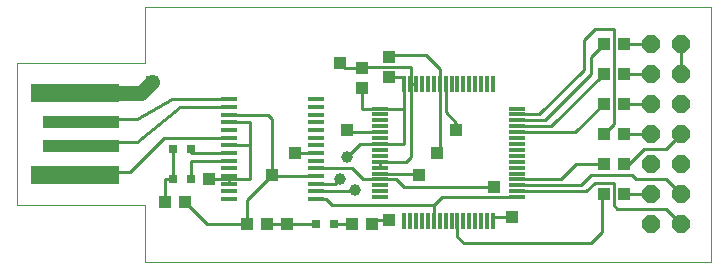
<source format=gtl>
G75*
G70*
%OFA0B0*%
%FSLAX24Y24*%
%IPPOS*%
%LPD*%
%AMOC8*
5,1,8,0,0,1.08239X$1,22.5*
%
%ADD10C,0.0000*%
%ADD11R,0.0394X0.0433*%
%ADD12R,0.0315X0.0315*%
%ADD13R,0.2953X0.0591*%
%ADD14R,0.2559X0.0394*%
%ADD15R,0.0550X0.0137*%
%ADD16R,0.0433X0.0394*%
%ADD17OC8,0.0600*%
%ADD18R,0.0118X0.0551*%
%ADD19R,0.0551X0.0118*%
%ADD20C,0.0100*%
%ADD21R,0.0396X0.0396*%
%ADD22C,0.0396*%
%ADD23C,0.0500*%
D10*
X004357Y000103D02*
X004357Y001978D01*
X000107Y001978D01*
X000107Y006728D01*
X004357Y006728D01*
X004357Y008603D01*
X023227Y008603D01*
X023227Y000103D01*
X004357Y000103D01*
D11*
X005023Y002103D03*
X005692Y002103D03*
X011273Y001353D03*
X011942Y001353D03*
X019648Y002353D03*
X020317Y002353D03*
X020317Y003353D03*
X019648Y003353D03*
X019648Y004353D03*
X020317Y004353D03*
X020317Y005353D03*
X019648Y005353D03*
X019648Y006353D03*
X020317Y006353D03*
X020317Y007353D03*
X019648Y007353D03*
X011607Y006563D03*
X011607Y005893D03*
D12*
X005903Y003853D03*
X005312Y003853D03*
X005312Y002853D03*
X005903Y002853D03*
X010062Y001353D03*
X010653Y001353D03*
D13*
X002029Y002975D03*
X002029Y005731D03*
D14*
X002226Y004747D03*
X002226Y003959D03*
D15*
X007168Y003981D03*
X007168Y004237D03*
X007168Y004493D03*
X007168Y004749D03*
X007168Y005004D03*
X007168Y005260D03*
X007168Y005516D03*
X010047Y005516D03*
X010047Y005260D03*
X010047Y005004D03*
X010047Y004749D03*
X010047Y004493D03*
X010047Y004237D03*
X010047Y003981D03*
X010047Y003725D03*
X010047Y003469D03*
X010047Y003213D03*
X010047Y002957D03*
X010047Y002701D03*
X010047Y002445D03*
X010047Y002190D03*
X007168Y002190D03*
X007168Y002445D03*
X007168Y002701D03*
X007168Y002957D03*
X007168Y003213D03*
X007168Y003469D03*
X007168Y003725D03*
D16*
X007773Y001353D03*
X008442Y001353D03*
X012482Y006268D03*
X012482Y006938D03*
D17*
X021232Y007353D03*
X022232Y007353D03*
X022232Y006353D03*
X021232Y006353D03*
X021232Y005353D03*
X022232Y005353D03*
X022232Y004353D03*
X021232Y004353D03*
X021232Y003353D03*
X022232Y003353D03*
X022232Y002353D03*
X021232Y002353D03*
X021232Y001353D03*
X022232Y001353D03*
D18*
X015959Y001444D03*
X015762Y001444D03*
X015565Y001444D03*
X015368Y001444D03*
X015171Y001444D03*
X014975Y001444D03*
X014778Y001444D03*
X014581Y001444D03*
X014384Y001444D03*
X014187Y001444D03*
X013990Y001444D03*
X013793Y001444D03*
X013597Y001444D03*
X013400Y001444D03*
X013203Y001444D03*
X013006Y001444D03*
X013006Y006011D03*
X013203Y006011D03*
X013400Y006011D03*
X013597Y006011D03*
X013793Y006011D03*
X013990Y006011D03*
X014187Y006011D03*
X014384Y006011D03*
X014581Y006011D03*
X014778Y006011D03*
X014975Y006011D03*
X015171Y006011D03*
X015368Y006011D03*
X015565Y006011D03*
X015762Y006011D03*
X015959Y006011D03*
D19*
X016766Y005204D03*
X016766Y005007D03*
X016766Y004811D03*
X016766Y004614D03*
X016766Y004417D03*
X016766Y004220D03*
X016766Y004023D03*
X016766Y003826D03*
X016766Y003629D03*
X016766Y003433D03*
X016766Y003236D03*
X016766Y003039D03*
X016766Y002842D03*
X016766Y002645D03*
X016766Y002448D03*
X016766Y002252D03*
X012199Y002252D03*
X012199Y002448D03*
X012199Y002645D03*
X012199Y002842D03*
X012199Y003039D03*
X012199Y003236D03*
X012199Y003433D03*
X012199Y003629D03*
X012199Y003826D03*
X012199Y004023D03*
X012199Y004220D03*
X012199Y004417D03*
X012199Y004614D03*
X012199Y004811D03*
X012199Y005007D03*
X012199Y005204D03*
D20*
X013006Y005204D01*
X013006Y004023D01*
X012199Y004023D01*
X011528Y004023D01*
X011107Y003603D01*
X010047Y003725D02*
X009232Y003725D01*
X009357Y003728D01*
X010047Y003213D02*
X011247Y003213D01*
X011618Y002842D01*
X012199Y002842D01*
X012722Y002842D01*
X012732Y002853D01*
X012982Y002603D01*
X015982Y002603D01*
X016766Y002645D02*
X018900Y002645D01*
X019232Y002978D01*
X020607Y002978D01*
X020732Y002853D01*
X021732Y002853D01*
X022232Y002353D01*
X021232Y002353D02*
X020317Y002353D01*
X019648Y002353D02*
X019607Y002313D01*
X019607Y001103D01*
X019232Y000728D01*
X014982Y000728D01*
X014778Y000933D01*
X014778Y001444D01*
X013990Y001444D02*
X013990Y001970D01*
X013982Y001978D01*
X014256Y002252D01*
X016766Y002252D01*
X016766Y002448D02*
X019078Y002448D01*
X019357Y002728D01*
X019982Y002728D01*
X019982Y001978D01*
X020107Y001853D01*
X021732Y001853D01*
X022232Y001353D01*
X018732Y003353D02*
X018222Y002842D01*
X016766Y002842D01*
X018732Y003353D02*
X019648Y003353D01*
X020317Y003353D02*
X020482Y003353D01*
X020982Y003853D01*
X021732Y003853D01*
X022232Y004353D01*
X021232Y004353D02*
X020317Y004353D01*
X019982Y004688D02*
X019648Y004353D01*
X019732Y004353D01*
X019982Y004688D02*
X019982Y007853D01*
X019357Y007853D01*
X018982Y007478D01*
X018982Y006478D01*
X017512Y005007D01*
X016766Y005007D01*
X016766Y004811D02*
X017690Y004811D01*
X019232Y006353D01*
X019232Y006938D01*
X019648Y007353D01*
X020317Y007353D02*
X021232Y007353D01*
X022232Y007353D02*
X022232Y006353D01*
X021232Y006353D02*
X020317Y006353D01*
X019648Y006353D02*
X017909Y004614D01*
X016766Y004614D01*
X016766Y004417D02*
X018712Y004417D01*
X019648Y005353D01*
X020317Y005353D02*
X021232Y005353D01*
X014732Y004728D02*
X014732Y004478D01*
X014732Y004728D02*
X014384Y005076D01*
X014384Y006011D01*
X014187Y006011D02*
X014187Y003808D01*
X014107Y003728D01*
X013232Y003603D02*
X013062Y003433D01*
X012199Y003433D01*
X012199Y003236D01*
X012199Y003039D02*
X013421Y003039D01*
X013482Y002978D01*
X013232Y003603D02*
X013232Y005982D01*
X013203Y006011D01*
X013232Y006011D01*
X013232Y006603D01*
X011857Y006603D01*
X011607Y006563D01*
X011023Y006563D01*
X010857Y006728D01*
X012482Y006938D02*
X012523Y006978D01*
X013732Y006978D01*
X014187Y006523D01*
X014187Y006011D01*
X013400Y006011D02*
X013203Y006011D01*
X013006Y006011D02*
X013006Y006268D01*
X012482Y006268D01*
X013006Y006011D02*
X013006Y005204D01*
X012199Y005204D02*
X011607Y005204D01*
X011607Y005893D01*
X008607Y004853D02*
X008607Y002978D01*
X008628Y002957D01*
X010047Y002957D01*
X010047Y002701D02*
X010706Y002701D01*
X010857Y002853D01*
X011325Y002445D02*
X010047Y002445D01*
X010047Y002190D02*
X010396Y002190D01*
X010607Y001978D01*
X013982Y001978D01*
X012482Y001478D02*
X012067Y001478D01*
X011942Y001353D01*
X011273Y001353D02*
X010653Y001353D01*
X010062Y001353D02*
X009107Y001353D01*
X008442Y001353D01*
X009107Y001353D01*
X007773Y001353D02*
X006442Y001353D01*
X005692Y002103D01*
X005023Y002103D02*
X005023Y002853D01*
X005312Y002853D01*
X005312Y003853D01*
X005903Y003853D02*
X005903Y003725D01*
X007168Y003725D01*
X007168Y003981D02*
X006982Y003981D01*
X006982Y003978D01*
X007857Y003978D01*
X007857Y004103D01*
X007857Y004749D01*
X007168Y004749D01*
X007168Y005004D02*
X008456Y005004D01*
X008607Y004853D01*
X007168Y005260D02*
X005515Y005260D01*
X004107Y004103D01*
X002369Y004103D01*
X002226Y003959D01*
X002226Y004747D02*
X002332Y004853D01*
X004107Y004853D01*
X005271Y005516D01*
X007168Y005516D01*
X007168Y004237D02*
X004991Y004237D01*
X003857Y003103D01*
X002157Y003103D01*
X002029Y002975D01*
X005903Y002853D02*
X005903Y003469D01*
X007168Y003469D01*
X007168Y002957D02*
X007168Y002853D01*
X007857Y002853D01*
X007857Y004103D01*
X008607Y002978D02*
X007773Y002143D01*
X007773Y001353D01*
X011325Y002445D02*
X011357Y002478D01*
X008607Y002957D02*
X008607Y002978D01*
X007168Y002957D02*
X007168Y002701D01*
X007064Y002853D02*
X006482Y002853D01*
X007064Y002853D02*
X007168Y002957D01*
X011107Y004478D02*
X011168Y004417D01*
X012199Y004417D01*
X015959Y001579D02*
X016607Y001603D01*
X015959Y001579D02*
X015959Y001444D01*
D21*
X016607Y001603D03*
X015982Y002603D03*
X013482Y002978D03*
X014107Y003728D03*
X014732Y004478D03*
X011107Y004478D03*
X009357Y003728D03*
X008607Y002978D03*
X006482Y002853D03*
X009107Y001353D03*
X012482Y001478D03*
X004607Y006103D03*
X010857Y006728D03*
D22*
X011107Y003603D03*
X010857Y002853D03*
X011357Y002478D03*
D23*
X004607Y006103D02*
X004235Y005731D01*
X002029Y005731D01*
M02*

</source>
